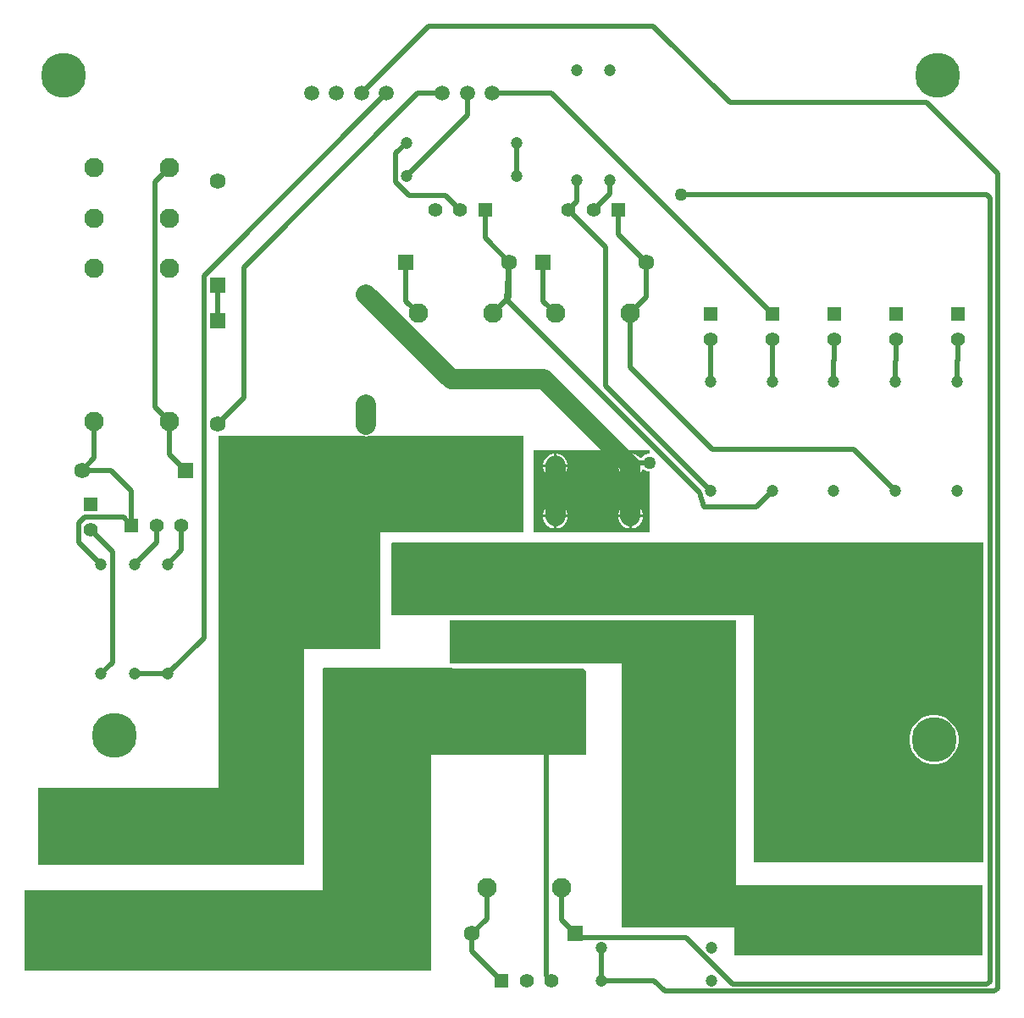
<source format=gtl>
G04*
G04 #@! TF.GenerationSoftware,Altium Limited,Altium Designer,23.8.1 (32)*
G04*
G04 Layer_Physical_Order=1*
G04 Layer_Color=255*
%FSLAX25Y25*%
%MOIN*%
G70*
G04*
G04 #@! TF.SameCoordinates,D6E9CDF8-AAC3-469D-917B-50C59DE8B454*
G04*
G04*
G04 #@! TF.FilePolarity,Positive*
G04*
G01*
G75*
%ADD20C,0.05900*%
%ADD25C,0.01968*%
%ADD26C,0.07874*%
%ADD27R,0.06260X0.06260*%
%ADD28C,0.06260*%
%ADD29C,0.07677*%
%ADD30C,0.04724*%
%ADD31C,0.05512*%
%ADD32R,0.05512X0.05512*%
%ADD33R,0.06260X0.06260*%
%ADD34R,0.05512X0.05512*%
%ADD35C,0.17717*%
%ADD36C,0.05000*%
G36*
X297000Y335500D02*
X240500D01*
Y289500D01*
X210500D01*
Y204500D01*
X106000D01*
Y235000D01*
X177000D01*
Y373500D01*
X234153D01*
X235000Y373388D01*
X235847Y373500D01*
X297000D01*
Y335500D01*
D02*
G37*
G36*
X346500Y366600D02*
X345939D01*
X345049Y366361D01*
X344251Y365901D01*
X343599Y365249D01*
X343398Y364901D01*
X343121Y364855D01*
X342808Y364878D01*
X341971Y365714D01*
X340868Y366351D01*
X339637Y366681D01*
X339500D01*
Y361843D01*
Y357004D01*
X339637D01*
X340868Y357334D01*
X341971Y357971D01*
X342872Y358872D01*
X343509Y359975D01*
X343605Y360333D01*
X344088Y360462D01*
X344251Y360299D01*
X345049Y359839D01*
X345939Y359600D01*
X346500D01*
Y335500D01*
X301000D01*
Y368000D01*
X346500D01*
Y366600D01*
D02*
G37*
G36*
X245500Y331500D02*
X478000D01*
Y205500D01*
X387500D01*
Y303000D01*
X245000D01*
Y331347D01*
X245462Y331538D01*
X245500Y331500D01*
D02*
G37*
G36*
X380500Y196500D02*
X477500D01*
Y169000D01*
X380000D01*
Y180000D01*
X335500D01*
Y284000D01*
X268000D01*
Y301000D01*
X380500D01*
Y196500D01*
D02*
G37*
G36*
X320500Y282000D02*
X321500Y281000D01*
Y248000D01*
X260500D01*
Y163000D01*
X100500D01*
Y194500D01*
X218000D01*
Y282034D01*
X218354Y282387D01*
X320500Y282000D01*
D02*
G37*
%LPC*%
G36*
X310109Y366681D02*
X309972D01*
Y362343D01*
X314311D01*
Y362480D01*
X313981Y363710D01*
X313344Y364814D01*
X312443Y365714D01*
X311340Y366351D01*
X310109Y366681D01*
D02*
G37*
G36*
X338500D02*
X338363D01*
X337132Y366351D01*
X336029Y365714D01*
X335128Y364814D01*
X334491Y363710D01*
X334161Y362480D01*
Y362343D01*
X338500D01*
Y366681D01*
D02*
G37*
G36*
X308972D02*
X308835D01*
X307605Y366351D01*
X306501Y365714D01*
X305601Y364814D01*
X304964Y363710D01*
X304634Y362480D01*
Y362343D01*
X308972D01*
Y366681D01*
D02*
G37*
G36*
X338500Y361343D02*
X334161D01*
Y361206D01*
X334491Y359975D01*
X335128Y358872D01*
X336029Y357971D01*
X337132Y357334D01*
X338363Y357004D01*
X338500D01*
Y361343D01*
D02*
G37*
G36*
X314311D02*
X309972D01*
Y357004D01*
X310109D01*
X311340Y357334D01*
X312443Y357971D01*
X313344Y358872D01*
X313981Y359975D01*
X314311Y361206D01*
Y361343D01*
D02*
G37*
G36*
X308972D02*
X304634D01*
Y361206D01*
X304964Y359975D01*
X305601Y358872D01*
X306501Y357971D01*
X307605Y357334D01*
X308835Y357004D01*
X308972D01*
Y361343D01*
D02*
G37*
G36*
X310109Y346839D02*
X309972D01*
Y342500D01*
X314311D01*
Y342637D01*
X313981Y343868D01*
X313344Y344971D01*
X312443Y345872D01*
X311340Y346509D01*
X310109Y346839D01*
D02*
G37*
G36*
X339637D02*
X339500D01*
Y342500D01*
X343839D01*
Y342637D01*
X343509Y343868D01*
X342872Y344971D01*
X341971Y345872D01*
X340868Y346509D01*
X339637Y346839D01*
D02*
G37*
G36*
X308972D02*
X308835D01*
X307605Y346509D01*
X306501Y345872D01*
X305601Y344971D01*
X304964Y343868D01*
X304634Y342637D01*
Y342500D01*
X308972D01*
Y346839D01*
D02*
G37*
G36*
X338500D02*
X338363D01*
X337132Y346509D01*
X336029Y345872D01*
X335128Y344971D01*
X334491Y343868D01*
X334161Y342637D01*
Y342500D01*
X338500D01*
Y346839D01*
D02*
G37*
G36*
X343839Y341500D02*
X339500D01*
Y337161D01*
X339637D01*
X340868Y337491D01*
X341971Y338128D01*
X342872Y339029D01*
X343509Y340132D01*
X343839Y341363D01*
Y341500D01*
D02*
G37*
G36*
X338500D02*
X334161D01*
Y341363D01*
X334491Y340132D01*
X335128Y339029D01*
X336029Y338128D01*
X337132Y337491D01*
X338363Y337161D01*
X338500D01*
Y341500D01*
D02*
G37*
G36*
X314311D02*
X309972D01*
Y337161D01*
X310109D01*
X311340Y337491D01*
X312443Y338128D01*
X313344Y339029D01*
X313981Y340132D01*
X314311Y341363D01*
Y341500D01*
D02*
G37*
G36*
X308972D02*
X304634D01*
Y341363D01*
X304964Y340132D01*
X305601Y339029D01*
X306501Y338128D01*
X307605Y337491D01*
X308835Y337161D01*
X308972D01*
Y341500D01*
D02*
G37*
G36*
X459450Y263646D02*
X457550D01*
X455687Y263275D01*
X453931Y262548D01*
X452351Y261492D01*
X451008Y260149D01*
X449952Y258569D01*
X449225Y256814D01*
X448854Y254950D01*
Y253050D01*
X449225Y251186D01*
X449952Y249431D01*
X451008Y247851D01*
X452351Y246508D01*
X453931Y245452D01*
X455687Y244725D01*
X457550Y244354D01*
X459450D01*
X461313Y244725D01*
X463069Y245452D01*
X464649Y246508D01*
X465992Y247851D01*
X467048Y249431D01*
X467775Y251186D01*
X468146Y253050D01*
Y254950D01*
X467775Y256814D01*
X467048Y258569D01*
X465992Y260149D01*
X464649Y261492D01*
X463069Y262548D01*
X461313Y263275D01*
X459450Y263646D01*
D02*
G37*
%LPD*%
D20*
X265000Y508500D02*
D03*
X274843D02*
D03*
X284686D02*
D03*
X213472D02*
D03*
X223315D02*
D03*
X233157D02*
D03*
X243000D02*
D03*
D25*
X144000Y279846D02*
X157000D01*
X359000Y468500D02*
X479347D01*
X480500Y467347D01*
Y158775D02*
Y467347D01*
X379339Y157622D02*
X479347D01*
X480500Y158775D01*
X176500Y419000D02*
Y433106D01*
X455630Y504870D02*
X483500Y477000D01*
X352449Y154866D02*
X482347D01*
X483500Y156019D01*
Y477000D01*
X360827Y176134D02*
X379339Y157622D01*
X318760Y176134D02*
X360827D01*
X317394Y177500D02*
X318760Y176134D01*
X259657Y535000D02*
X348000D01*
X233157Y508500D02*
X259657Y535000D01*
X348000D02*
X378130Y504870D01*
X455630D01*
X327500Y159000D02*
X348316D01*
X352449Y154866D01*
X290239Y427161D02*
X291394Y428315D01*
X285000Y421921D02*
X290239Y427161D01*
X284686Y508500D02*
X307875D01*
X394875Y421500D01*
X312000Y182894D02*
Y195579D01*
Y182894D02*
X317394Y177500D01*
X304606Y426787D02*
Y442000D01*
Y426787D02*
X309472Y421921D01*
X250606Y426787D02*
Y442000D01*
Y426787D02*
X255472Y421921D01*
X318000Y465921D02*
Y474346D01*
X314657Y462579D02*
X318000Y465921D01*
X142657Y338421D02*
Y352000D01*
X134657Y360000D02*
X142657Y352000D01*
X123106Y360000D02*
X134657D01*
X128000Y364894D02*
Y379421D01*
X123106Y360000D02*
X128000Y364894D01*
X426796Y368300D02*
X443250Y351846D01*
X371200Y368300D02*
X426796D01*
X339000Y400500D02*
X371200Y368300D01*
X339000Y400500D02*
Y421921D01*
X388604Y345700D02*
X394750Y351846D01*
X368000Y345700D02*
X388604D01*
X366200Y351200D02*
X368000Y345700D01*
X290239Y427161D02*
X366200Y351200D01*
X290239Y427161D02*
X291394Y442000D01*
X282472Y183366D02*
Y195579D01*
X276606Y177500D02*
X282472Y183366D01*
X126500Y336500D02*
X135100Y327900D01*
Y284446D02*
Y327900D01*
X130500Y279846D02*
X135100Y284446D01*
X157000Y279846D02*
X171200Y294046D01*
Y436700D01*
X243000Y508500D01*
X152500Y331654D02*
Y338421D01*
X144000Y323154D02*
X152500Y331654D01*
X291394Y428315D02*
Y442000D01*
X281843Y451551D02*
Y462579D01*
Y451551D02*
X291394Y442000D01*
X345394Y428315D02*
Y442000D01*
X339000Y421921D02*
X345394Y428315D01*
X121900Y331754D02*
X130500Y323154D01*
X121900Y331754D02*
Y339200D01*
X124200Y341500D01*
X139579D01*
X142657Y338421D01*
X305900Y161100D02*
X308000Y159000D01*
X305900Y161100D02*
Y249557D01*
X312000Y255657D01*
X162343Y328496D02*
Y338421D01*
X157000Y323154D02*
X162343Y328496D01*
X157528Y366366D02*
Y379421D01*
Y366366D02*
X163894Y360000D01*
X176500Y378213D02*
X186900Y388613D01*
Y440100D01*
X255300Y508500D01*
X265000D01*
X314657Y462579D02*
X329100Y448136D01*
Y393246D02*
Y448136D01*
Y393246D02*
X370500Y351846D01*
X340257Y363100D02*
X346400D01*
X339000Y361843D02*
X340257Y363100D01*
X324500Y462579D02*
X331000Y469079D01*
Y474346D01*
X266179Y468400D02*
X272000Y462579D01*
X251900Y468400D02*
X266179D01*
X246700Y473600D02*
X251900Y468400D01*
X246700Y473600D02*
Y484854D01*
X250846Y489000D01*
Y476000D02*
X274843Y499997D01*
Y508500D01*
X276606Y170709D02*
Y177500D01*
Y170709D02*
X288315Y159000D01*
X334343Y453051D02*
X345394Y442000D01*
X334343Y453051D02*
Y462579D01*
X151900Y385049D02*
X157528Y379421D01*
X151900Y385049D02*
Y473557D01*
X157528Y479185D01*
X419250Y403450D02*
Y411500D01*
X419000Y403200D02*
X419250Y403450D01*
X419000Y395154D02*
Y403200D01*
X443625Y403475D02*
Y411500D01*
X443250Y403100D02*
X443625Y403475D01*
X443250Y395154D02*
Y403100D01*
X370500Y395154D02*
Y411500D01*
X394875Y403325D02*
Y411500D01*
X394750Y403200D02*
X394875Y403325D01*
X394750Y395154D02*
Y403200D01*
X468000Y403500D02*
Y411500D01*
X467500Y403000D02*
X468000Y403500D01*
X467500Y395154D02*
Y403000D01*
X294154Y476000D02*
Y489000D01*
X327500Y159000D02*
Y172000D01*
D26*
X235000Y378154D02*
Y386000D01*
X309472Y342000D02*
Y361843D01*
X339000Y342000D02*
Y361843D01*
X268450Y395857D02*
X304985D01*
X339000Y361843D01*
X235000Y429307D02*
X268450Y395857D01*
D27*
X250606Y442000D02*
D03*
X317394Y177500D02*
D03*
X304606Y442000D02*
D03*
X163894Y360000D02*
D03*
D28*
X291394Y442000D02*
D03*
X276606Y177500D02*
D03*
X345394Y442000D02*
D03*
X176500Y378213D02*
D03*
Y473894D02*
D03*
X123106Y360000D02*
D03*
D29*
X285000Y421921D02*
D03*
X255472D02*
D03*
X285000Y342000D02*
D03*
X255472D02*
D03*
X285000Y361843D02*
D03*
X255472D02*
D03*
X285000Y322157D02*
D03*
X255472D02*
D03*
X282472Y195579D02*
D03*
X312000D02*
D03*
X282472Y275500D02*
D03*
X312000D02*
D03*
X282472Y255657D02*
D03*
X312000D02*
D03*
X282472Y295343D02*
D03*
X312000D02*
D03*
X339000Y421921D02*
D03*
X309472D02*
D03*
X339000Y342000D02*
D03*
X309472D02*
D03*
X339000Y361843D02*
D03*
X309472D02*
D03*
X339000Y322157D02*
D03*
X309472D02*
D03*
X128000Y379421D02*
D03*
X157528D02*
D03*
X128000Y459343D02*
D03*
X157528D02*
D03*
X128000Y439500D02*
D03*
X157528D02*
D03*
X128000Y479185D02*
D03*
X157528D02*
D03*
D30*
X467500Y395154D02*
D03*
Y351846D02*
D03*
X370807Y172000D02*
D03*
X327500D02*
D03*
X370807Y159000D02*
D03*
X327500D02*
D03*
X250846Y489000D02*
D03*
X294154D02*
D03*
X250846Y476000D02*
D03*
X294154D02*
D03*
X370500Y395154D02*
D03*
Y351846D02*
D03*
X394750Y395154D02*
D03*
Y351846D02*
D03*
X419000Y395154D02*
D03*
Y351846D02*
D03*
X443250Y395154D02*
D03*
Y351846D02*
D03*
X331000Y474346D02*
D03*
Y517654D02*
D03*
X318000Y474346D02*
D03*
Y517654D02*
D03*
X235000Y386000D02*
D03*
Y429307D02*
D03*
Y334846D02*
D03*
Y378154D02*
D03*
X130500Y279846D02*
D03*
Y323154D02*
D03*
X144000D02*
D03*
Y279846D02*
D03*
X157000Y323154D02*
D03*
Y279846D02*
D03*
D31*
X308000Y159000D02*
D03*
X298157D02*
D03*
X262157Y462579D02*
D03*
X272000D02*
D03*
X314657D02*
D03*
X324500D02*
D03*
X126500Y336500D02*
D03*
X162343Y338421D02*
D03*
X152500D02*
D03*
X419250Y411500D02*
D03*
X443625D02*
D03*
X370500D02*
D03*
X394875D02*
D03*
X468000D02*
D03*
D32*
X288315Y159000D02*
D03*
X281843Y462579D02*
D03*
X334343D02*
D03*
X142657Y338421D02*
D03*
D33*
X176500Y419000D02*
D03*
Y433106D02*
D03*
D34*
X126500Y346500D02*
D03*
X419250Y421500D02*
D03*
X443625D02*
D03*
X370500D02*
D03*
X394875D02*
D03*
X468000D02*
D03*
D35*
X468122Y179500D02*
D03*
X444500D02*
D03*
Y223000D02*
D03*
X468122D02*
D03*
X147122Y179500D02*
D03*
X123500D02*
D03*
X147122Y223000D02*
D03*
X123500D02*
D03*
X458500Y254000D02*
D03*
X136000Y255500D02*
D03*
X460000Y515500D02*
D03*
X116000D02*
D03*
D36*
X359000Y468500D02*
D03*
X346400Y363100D02*
D03*
M02*

</source>
